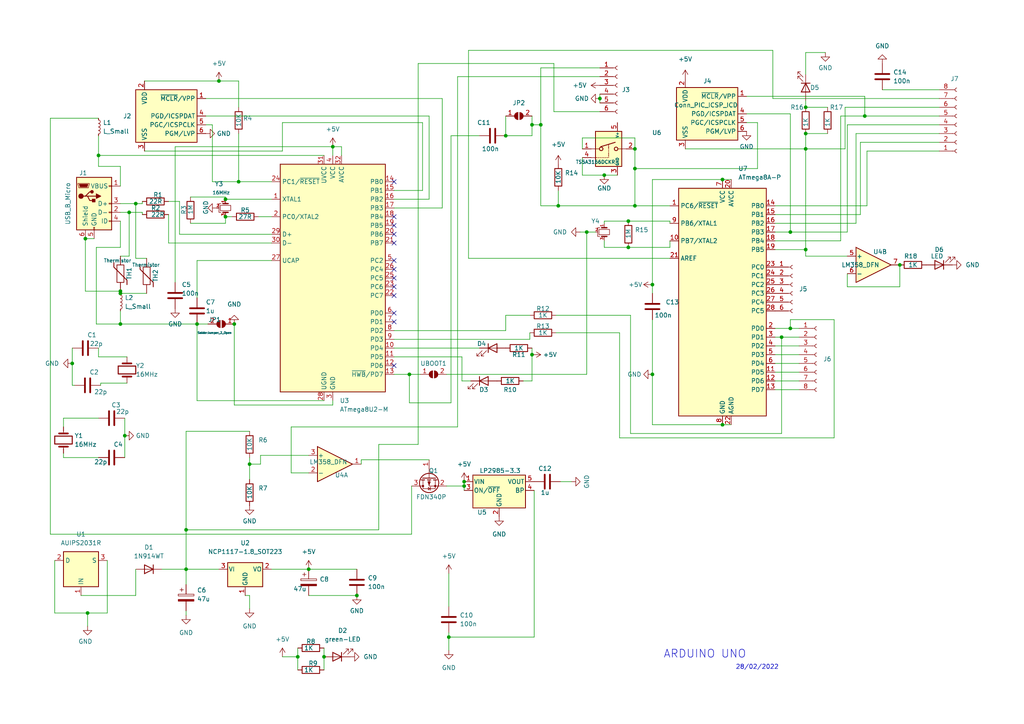
<source format=kicad_sch>
(kicad_sch (version 20211123) (generator eeschema)
  (paper "A4")
  (junction (at 154.305 36.195))
  (junction (at 34.925 84.455))
  (junction (at 118.745 108.585))
  (junction (at 189.23 108.585))
  (junction (at 69.215 52.705))
  (junction (at 72.39 134.62))
  (junction (at 63.5 23.495))
  (junction (at 28.575 45.085))
  (junction (at 36.195 126.365))
  (junction (at 209.55 123.19))
  (junction (at 67.945 93.98))
  (junction (at 96.52 42.545))
  (junction (at 233.68 43.18))
  (junction (at 146.685 39.37))
  (junction (at 34.925 93.98))
  (junction (at 175.26 50.8))
  (junction (at 170.18 67.31))
  (junction (at 184.15 59.69))
  (junction (at 184.15 43.18))
  (junction (at 25.4 177.8))
  (junction (at 226.695 97.79))
  (junction (at 130.175 184.785))
  (junction (at 93.98 190.5))
  (junction (at 182.245 64.135))
  (junction (at 250.825 33.655))
  (junction (at 34.925 85.09))
  (junction (at 89.535 165.1))
  (junction (at 260.985 76.835))
  (junction (at 20.955 105.41))
  (junction (at 103.505 172.72))
  (junction (at 182.245 71.755))
  (junction (at 233.68 38.735))
  (junction (at 156.845 36.195))
  (junction (at 184.15 48.895))
  (junction (at 233.68 31.115))
  (junction (at 173.99 28.575))
  (junction (at 37.465 61.595))
  (junction (at 53.975 153.67))
  (junction (at 229.235 95.25))
  (junction (at 57.15 93.98))
  (junction (at 53.975 165.1))
  (junction (at 154.305 102.87))
  (junction (at 233.68 72.39))
  (junction (at 65.405 62.865))
  (junction (at 86.36 190.5))
  (junction (at 161.925 59.69))
  (junction (at 209.55 52.07))
  (junction (at 65.405 57.785))
  (junction (at 39.37 59.055))
  (junction (at 189.23 82.55))
  (junction (at 24.765 69.215))
  (junction (at 134.62 139.7))
  (junction (at 134.62 140.97))
  (junction (at 229.235 67.31))
  (no_connect (at 114.3 52.705))
  (no_connect (at 114.3 62.865))
  (no_connect (at 114.3 65.405))
  (no_connect (at 114.3 67.945))
  (no_connect (at 114.3 70.485))
  (no_connect (at 114.3 75.565))
  (no_connect (at 114.3 78.105))
  (no_connect (at 114.3 80.645))
  (no_connect (at 114.3 83.185))
  (no_connect (at 114.3 85.725))
  (no_connect (at 114.3 90.805))
  (no_connect (at 114.3 93.345))
  (no_connect (at 114.3 106.045))
  (wire (pts (xy 161.925 59.69) (xy 156.845 59.69)))
  (wire (pts (xy 41.91 23.495) (xy 63.5 23.495)))
  (wire (pts (xy 34.925 85.09) (xy 34.925 84.455)))
  (wire (pts (xy 39.37 172.72) (xy 39.37 165.1)))
  (wire (pts (xy 245.745 83.185) (xy 260.985 83.185)))
  (wire (pts (xy 114.3 108.585) (xy 118.745 108.585)))
  (wire (pts (xy 233.68 72.39) (xy 224.79 72.39)))
  (wire (pts (xy 241.935 92.71) (xy 229.235 92.71)))
  (wire (pts (xy 96.52 42.545) (xy 50.8 42.545)))
  (wire (pts (xy 28.575 39.37) (xy 28.575 45.085)))
  (wire (pts (xy 129.54 108.585) (xy 170.18 108.585)))
  (wire (pts (xy 124.46 133.35) (xy 104.775 133.35)))
  (wire (pts (xy 189.23 108.585) (xy 189.23 92.71)))
  (wire (pts (xy 18.415 132.715) (xy 28.575 132.715)))
  (wire (pts (xy 146.685 91.44) (xy 153.67 91.44)))
  (wire (pts (xy 72.39 134.62) (xy 72.39 139.065)))
  (wire (pts (xy 78.74 165.1) (xy 89.535 165.1)))
  (wire (pts (xy 57.15 75.565) (xy 57.15 86.36)))
  (wire (pts (xy 170.18 108.585) (xy 170.18 67.31)))
  (wire (pts (xy 255.905 26.035) (xy 272.415 26.035)))
  (wire (pts (xy 161.925 55.245) (xy 161.925 59.69)))
  (wire (pts (xy 130.175 166.37) (xy 130.175 175.895)))
  (wire (pts (xy 81.915 43.815) (xy 81.915 35.56)))
  (wire (pts (xy 96.52 116.205) (xy 96.52 117.475)))
  (wire (pts (xy 27.94 71.755) (xy 27.94 93.98)))
  (wire (pts (xy 72.39 176.53) (xy 72.39 172.72)))
  (wire (pts (xy 135.89 74.93) (xy 135.89 14.605)))
  (wire (pts (xy 161.29 96.52) (xy 179.705 96.52)))
  (wire (pts (xy 175.26 69.85) (xy 175.26 71.755)))
  (wire (pts (xy 72.39 172.72) (xy 71.12 172.72)))
  (wire (pts (xy 37.465 74.295) (xy 37.465 61.595)))
  (wire (pts (xy 24.765 69.215) (xy 24.765 84.455)))
  (wire (pts (xy 224.79 107.95) (xy 231.775 107.95)))
  (wire (pts (xy 65.405 64.77) (xy 65.405 62.865)))
  (wire (pts (xy 69.215 23.495) (xy 69.215 31.115)))
  (wire (pts (xy 233.68 31.115) (xy 240.03 31.115)))
  (wire (pts (xy 48.895 70.485) (xy 78.74 70.485)))
  (wire (pts (xy 182.88 125.73) (xy 226.695 125.73)))
  (wire (pts (xy 128.27 60.325) (xy 114.3 60.325)))
  (wire (pts (xy 168.91 50.8) (xy 175.26 50.8)))
  (wire (pts (xy 133.985 110.49) (xy 133.985 103.505)))
  (wire (pts (xy 34.925 90.17) (xy 34.925 93.98)))
  (wire (pts (xy 20.955 111.76) (xy 21.59 111.76)))
  (wire (pts (xy 189.23 52.07) (xy 189.23 82.55)))
  (wire (pts (xy 175.26 64.77) (xy 175.26 64.135)))
  (wire (pts (xy 93.98 187.96) (xy 93.98 190.5)))
  (wire (pts (xy 154.305 100.965) (xy 154.305 102.87)))
  (wire (pts (xy 154.305 33.655) (xy 154.305 36.195)))
  (wire (pts (xy 233.68 43.18) (xy 233.68 72.39)))
  (wire (pts (xy 229.235 33.02) (xy 229.235 67.31)))
  (wire (pts (xy 57.15 116.205) (xy 57.15 93.98)))
  (wire (pts (xy 109.855 153.67) (xy 53.975 153.67)))
  (wire (pts (xy 96.52 45.085) (xy 96.52 42.545)))
  (wire (pts (xy 139.065 39.37) (xy 130.81 39.37)))
  (wire (pts (xy 209.55 52.07) (xy 212.09 52.07)))
  (wire (pts (xy 53.975 165.1) (xy 53.975 169.545)))
  (wire (pts (xy 122.555 55.245) (xy 114.3 55.245)))
  (wire (pts (xy 229.235 95.25) (xy 231.775 95.25)))
  (wire (pts (xy 14.605 34.29) (xy 14.605 154.94)))
  (wire (pts (xy 194.31 71.755) (xy 194.31 69.85)))
  (wire (pts (xy 189.23 82.55) (xy 189.23 85.09)))
  (wire (pts (xy 15.875 177.8) (xy 25.4 177.8)))
  (wire (pts (xy 36.83 103.505) (xy 28.575 103.505)))
  (wire (pts (xy 72.39 132.715) (xy 72.39 134.62)))
  (wire (pts (xy 224.79 102.87) (xy 231.775 102.87)))
  (wire (pts (xy 153.67 98.425) (xy 153.67 96.52)))
  (wire (pts (xy 34.925 59.055) (xy 39.37 59.055)))
  (wire (pts (xy 46.99 165.1) (xy 53.975 165.1)))
  (wire (pts (xy 69.215 38.735) (xy 69.215 52.705)))
  (wire (pts (xy 39.37 59.055) (xy 41.275 59.055)))
  (wire (pts (xy 130.175 183.515) (xy 130.175 184.785)))
  (wire (pts (xy 28.575 48.26) (xy 34.925 48.26)))
  (wire (pts (xy 25.4 177.8) (xy 25.4 181.61)))
  (wire (pts (xy 233.68 21.59) (xy 233.68 15.24)))
  (wire (pts (xy 182.88 91.44) (xy 182.88 125.73)))
  (wire (pts (xy 182.245 71.755) (xy 194.31 71.755)))
  (wire (pts (xy 134.62 140.97) (xy 134.62 142.24)))
  (wire (pts (xy 156.845 36.195) (xy 156.845 19.685)))
  (wire (pts (xy 160.655 18.415) (xy 121.285 18.415)))
  (wire (pts (xy 179.705 96.52) (xy 179.705 127)))
  (wire (pts (xy 224.79 105.41) (xy 231.775 105.41)))
  (wire (pts (xy 89.535 172.72) (xy 103.505 172.72)))
  (wire (pts (xy 75.565 132.08) (xy 75.565 134.62)))
  (wire (pts (xy 194.31 64.135) (xy 194.31 64.77)))
  (wire (pts (xy 63.5 23.495) (xy 69.215 23.495)))
  (wire (pts (xy 53.975 125.095) (xy 53.975 153.67)))
  (wire (pts (xy 216.535 35.56) (xy 219.71 35.56)))
  (wire (pts (xy 78.74 75.565) (xy 57.15 75.565)))
  (wire (pts (xy 50.8 42.545) (xy 50.8 81.915)))
  (wire (pts (xy 243.84 33.655) (xy 243.84 69.85)))
  (wire (pts (xy 53.975 153.67) (xy 53.975 165.1)))
  (wire (pts (xy 61.595 52.705) (xy 69.215 52.705)))
  (wire (pts (xy 154.305 110.49) (xy 151.765 110.49)))
  (wire (pts (xy 249.555 41.275) (xy 249.555 62.23)))
  (wire (pts (xy 245.11 31.115) (xy 245.11 43.18)))
  (wire (pts (xy 184.15 48.895) (xy 184.15 59.69)))
  (wire (pts (xy 233.68 15.24) (xy 239.395 15.24)))
  (wire (pts (xy 130.175 184.785) (xy 130.175 188.595)))
  (wire (pts (xy 41.275 59.055) (xy 41.275 58.42)))
  (wire (pts (xy 224.155 14.605) (xy 224.155 28.575)))
  (wire (pts (xy 128.27 28.575) (xy 128.27 60.325)))
  (wire (pts (xy 75.565 134.62) (xy 72.39 134.62)))
  (wire (pts (xy 20.955 100.965) (xy 20.955 105.41)))
  (wire (pts (xy 57.15 93.98) (xy 60.325 93.98)))
  (wire (pts (xy 194.31 74.93) (xy 135.89 74.93)))
  (wire (pts (xy 241.935 127) (xy 241.935 92.71)))
  (wire (pts (xy 156.845 59.69) (xy 156.845 36.195)))
  (wire (pts (xy 24.765 69.215) (xy 27.305 69.215)))
  (wire (pts (xy 136.525 110.49) (xy 133.985 110.49)))
  (wire (pts (xy 233.68 38.735) (xy 233.68 43.18)))
  (wire (pts (xy 34.925 74.295) (xy 37.465 74.295)))
  (wire (pts (xy 41.275 61.595) (xy 41.275 62.23)))
  (wire (pts (xy 233.68 29.21) (xy 233.68 31.115)))
  (wire (pts (xy 272.415 36.195) (xy 245.745 36.195)))
  (wire (pts (xy 272.415 31.115) (xy 245.11 31.115)))
  (wire (pts (xy 18.415 131.445) (xy 18.415 132.715)))
  (wire (pts (xy 122.555 35.56) (xy 122.555 55.245)))
  (wire (pts (xy 65.405 62.865) (xy 67.31 62.865)))
  (wire (pts (xy 233.68 74.295) (xy 233.68 72.39)))
  (wire (pts (xy 130.81 39.37) (xy 130.81 116.84)))
  (wire (pts (xy 24.765 84.455) (xy 34.925 84.455)))
  (wire (pts (xy 170.18 67.31) (xy 172.72 67.31)))
  (wire (pts (xy 99.06 45.085) (xy 99.06 42.545)))
  (wire (pts (xy 229.235 67.31) (xy 224.79 67.31)))
  (wire (pts (xy 146.685 33.655) (xy 146.685 39.37)))
  (wire (pts (xy 224.155 28.575) (xy 272.415 28.575)))
  (wire (pts (xy 86.36 187.96) (xy 86.36 190.5)))
  (wire (pts (xy 216.535 27.94) (xy 250.825 27.94)))
  (wire (pts (xy 272.415 33.655) (xy 250.825 33.655)))
  (wire (pts (xy 173.99 22.225) (xy 132.715 22.225)))
  (wire (pts (xy 28.575 34.29) (xy 14.605 34.29)))
  (wire (pts (xy 245.745 74.295) (xy 233.68 74.295)))
  (wire (pts (xy 20.955 105.41) (xy 20.955 111.76)))
  (wire (pts (xy 39.37 74.93) (xy 39.37 59.055)))
  (wire (pts (xy 184.15 40.005) (xy 184.15 43.18)))
  (wire (pts (xy 114.3 95.885) (xy 146.685 95.885)))
  (wire (pts (xy 154.305 36.195) (xy 154.305 39.37)))
  (wire (pts (xy 28.575 103.505) (xy 28.575 100.965)))
  (wire (pts (xy 114.3 98.425) (xy 153.67 98.425)))
  (wire (pts (xy 133.985 103.505) (xy 114.3 103.505)))
  (wire (pts (xy 53.975 177.165) (xy 53.975 178.435)))
  (wire (pts (xy 72.39 125.095) (xy 53.975 125.095)))
  (wire (pts (xy 14.605 154.94) (xy 119.38 154.94)))
  (wire (pts (xy 99.06 42.545) (xy 96.52 42.545)))
  (wire (pts (xy 36.195 126.365) (xy 36.195 132.715)))
  (wire (pts (xy 86.36 190.5) (xy 86.36 194.31)))
  (wire (pts (xy 272.415 38.735) (xy 248.285 38.735)))
  (wire (pts (xy 251.46 59.69) (xy 224.79 59.69)))
  (wire (pts (xy 168.91 43.18) (xy 168.91 40.005)))
  (wire (pts (xy 245.745 67.31) (xy 229.235 67.31)))
  (wire (pts (xy 42.545 74.93) (xy 39.37 74.93)))
  (wire (pts (xy 69.215 52.705) (xy 78.74 52.705)))
  (wire (pts (xy 132.715 123.825) (xy 84.455 123.825)))
  (wire (pts (xy 52.07 58.42) (xy 52.07 67.945)))
  (wire (pts (xy 173.99 32.385) (xy 160.655 32.385)))
  (wire (pts (xy 84.455 123.825) (xy 84.455 137.16)))
  (wire (pts (xy 34.925 71.755) (xy 27.94 71.755)))
  (wire (pts (xy 18.415 123.825) (xy 18.415 121.285)))
  (wire (pts (xy 226.695 125.73) (xy 226.695 97.79)))
  (wire (pts (xy 118.745 108.585) (xy 121.92 108.585)))
  (wire (pts (xy 121.285 128.905) (xy 109.855 128.905)))
  (wire (pts (xy 135.89 14.605) (xy 224.155 14.605)))
  (wire (pts (xy 224.79 97.79) (xy 226.695 97.79)))
  (wire (pts (xy 154.305 39.37) (xy 146.685 39.37)))
  (wire (pts (xy 175.26 71.755) (xy 182.245 71.755)))
  (wire (pts (xy 59.69 33.655) (xy 124.46 33.655)))
  (wire (pts (xy 52.07 67.945) (xy 78.74 67.945)))
  (wire (pts (xy 65.405 57.785) (xy 78.74 57.785)))
  (wire (pts (xy 37.465 61.595) (xy 41.275 61.595)))
  (wire (pts (xy 118.745 116.84) (xy 118.745 108.585)))
  (wire (pts (xy 27.94 93.98) (xy 34.925 93.98)))
  (wire (pts (xy 28.575 45.085) (xy 93.98 45.085)))
  (wire (pts (xy 23.495 172.72) (xy 39.37 172.72)))
  (wire (pts (xy 96.52 117.475) (xy 67.945 117.475)))
  (wire (pts (xy 248.285 38.735) (xy 248.285 64.77)))
  (wire (pts (xy 175.26 64.135) (xy 182.245 64.135)))
  (wire (pts (xy 224.79 95.25) (xy 229.235 95.25)))
  (wire (pts (xy 18.415 121.285) (xy 28.575 121.285)))
  (wire (pts (xy 173.99 28.575) (xy 173.99 29.845)))
  (wire (pts (xy 59.69 28.575) (xy 128.27 28.575)))
  (wire (pts (xy 272.415 43.815) (xy 251.46 43.815)))
  (wire (pts (xy 34.925 93.98) (xy 57.15 93.98)))
  (wire (pts (xy 248.285 64.77) (xy 224.79 64.77)))
  (wire (pts (xy 251.46 43.815) (xy 251.46 59.69)))
  (wire (pts (xy 245.11 43.18) (xy 233.68 43.18)))
  (wire (pts (xy 154.305 102.87) (xy 154.305 110.49)))
  (wire (pts (xy 224.79 113.03) (xy 231.775 113.03)))
  (wire (pts (xy 209.55 52.07) (xy 189.23 52.07)))
  (wire (pts (xy 272.415 41.275) (xy 249.555 41.275)))
  (wire (pts (xy 243.84 69.85) (xy 224.79 69.85)))
  (wire (pts (xy 81.915 190.5) (xy 86.36 190.5)))
  (wire (pts (xy 114.3 100.965) (xy 139.065 100.965)))
  (wire (pts (xy 173.99 27.305) (xy 173.99 28.575)))
  (wire (pts (xy 154.94 142.24) (xy 154.94 184.785)))
  (wire (pts (xy 198.755 43.18) (xy 233.68 43.18)))
  (wire (pts (xy 179.705 127) (xy 241.935 127)))
  (wire (pts (xy 89.535 165.1) (xy 103.505 165.1)))
  (wire (pts (xy 55.245 64.77) (xy 65.405 64.77)))
  (wire (pts (xy 189.23 123.19) (xy 189.23 108.585)))
  (wire (pts (xy 245.745 36.195) (xy 245.745 67.31)))
  (wire (pts (xy 168.91 40.005) (xy 184.15 40.005)))
  (wire (pts (xy 59.69 36.195) (xy 61.595 36.195)))
  (wire (pts (xy 134.62 139.7) (xy 134.62 140.97)))
  (wire (pts (xy 224.79 110.49) (xy 231.775 110.49)))
  (wire (pts (xy 154.94 184.785) (xy 130.175 184.785)))
  (wire (pts (xy 146.685 95.885) (xy 146.685 91.44)))
  (wire (pts (xy 250.825 33.655) (xy 243.84 33.655)))
  (wire (pts (xy 161.29 91.44) (xy 182.88 91.44)))
  (wire (pts (xy 209.55 123.19) (xy 189.23 123.19)))
  (wire (pts (xy 209.55 123.19) (xy 212.09 123.19)))
  (wire (pts (xy 129.54 140.97) (xy 134.62 140.97)))
  (wire (pts (xy 219.71 35.56) (xy 219.71 48.895)))
  (wire (pts (xy 89.535 132.08) (xy 75.565 132.08)))
  (wire (pts (xy 184.15 59.69) (xy 161.925 59.69)))
  (wire (pts (xy 124.46 57.785) (xy 114.3 57.785)))
  (wire (pts (xy 84.455 137.16) (xy 89.535 137.16)))
  (wire (pts (xy 65.405 57.15) (xy 65.405 57.785)))
  (wire (pts (xy 109.855 128.905) (xy 109.855 153.67)))
  (wire (pts (xy 34.925 61.595) (xy 37.465 61.595)))
  (wire (pts (xy 67.945 117.475) (xy 67.945 93.98)))
  (wire (pts (xy 156.845 19.685) (xy 173.99 19.685)))
  (wire (pts (xy 31.115 177.8) (xy 31.115 162.56)))
  (wire (pts (xy 81.915 35.56) (xy 122.555 35.56)))
  (wire (pts (xy 250.825 27.94) (xy 250.825 33.655)))
  (wire (pts (xy 42.545 85.09) (xy 34.925 85.09)))
  (wire (pts (xy 194.31 59.69) (xy 184.15 59.69)))
  (wire (pts (xy 124.46 33.655) (xy 124.46 57.785)))
  (wire (pts (xy 162.56 139.7) (xy 165.735 139.7)))
  (wire (pts (xy 175.26 50.8) (xy 179.07 50.8)))
  (wire (pts (xy 226.695 97.79) (xy 231.775 97.79)))
  (wire (pts (xy 34.925 64.135) (xy 34.925 71.755)))
  (wire (pts (xy 55.245 57.15) (xy 65.405 57.15)))
  (wire (pts (xy 15.875 162.56) (xy 15.875 177.8)))
  (wire (pts (xy 130.81 116.84) (xy 118.745 116.84)))
  (wire (pts (xy 119.38 154.94) (xy 119.38 140.97)))
  (wire (pts (xy 93.98 190.5) (xy 93.98 194.31)))
  (wire (pts (xy 121.285 18.415) (xy 121.285 128.905)))
  (wire (pts (xy 36.83 111.125) (xy 29.21 111.125)))
  (wire (pts (xy 74.93 62.865) (xy 78.74 62.865)))
  (wire (pts (xy 25.4 177.8) (xy 31.115 177.8)))
  (wire (pts (xy 48.895 58.42) (xy 52.07 58.42)))
  (wire (pts (xy 41.91 43.815) (xy 81.915 43.815)))
  (wire (pts (xy 229.235 92.71) (xy 229.235 95.25)))
  (wire (pts (xy 184.15 43.18) (xy 184.15 48.895)))
  (wire (pts (xy 168.91 45.72) (xy 168.91 50.8)))
  (wire (pts (xy 28.575 45.085) (xy 28.575 48.26)))
  (wire (pts (xy 61.595 36.195) (xy 61.595 52.705)))
  (wire (pts (xy 93.98 116.205) (xy 57.15 116.205)))
  (wire (pts (xy 48.895 62.23) (xy 48.895 70.485)))
  (wire (pts (xy 34.925 48.26) (xy 34.925 53.975)))
  (wire (pts (xy 132.715 22.225) (xy 132.715 123.825)))
  (wire (pts (xy 36.195 121.285) (xy 36.195 126.365)))
  (wire (pts (xy 29.21 111.125) (xy 29.21 111.76)))
  (wire (pts (xy 182.245 64.135) (xy 194.31 64.135)))
  (wire (pts (xy 160.655 32.385) (xy 160.655 18.415)))
  (wire (pts (xy 260.985 83.185) (xy 260.985 76.835)))
  (wire (pts (xy 154.305 36.195) (xy 156.845 36.195)))
  (wire (pts (xy 245.745 79.375) (xy 245.745 83.185)))
  (wire (pts (xy 53.975 165.1) (xy 63.5 165.1)))
  (wire (pts (xy 104.775 133.35) (xy 104.775 134.62)))
  (wire (pts (xy 216.535 33.02) (xy 229.235 33.02)))
  (wire (pts (xy 224.79 100.33) (xy 231.775 100.33)))
  (wire (pts (xy 249.555 62.23) (xy 224.79 62.23)))
  (wire (pts (xy 168.275 67.31) (xy 170.18 67.31)))
  (wire (pts (xy 233.68 38.735) (xy 240.03 38.735)))
  (wire (pts (xy 219.71 48.895) (xy 184.15 48.895)))
  (text "ARDUINO UNO" (at 192.405 191.135 0) (effects (font (size 2.3 2.3)) (justify left bottom)))
  (text "28/02/2022" (at 213.36 194.31 0) (effects (font (size 1.27 1.27)) (justify left bottom)))
  (symbol (lib_id "Amplifier_Operational:LM358_DFN") (at 97.155 134.62 0) (unit 1)
    (property "Reference" "U4" (at 99.06 137.795 0))
    (property "Value" "LM358_DFN" (at 95.25 133.985 0))
    (property "Footprint" "Package_CSP:LFCSP-8_2x2mm_P0.5mm" (effects hide))
    (property "Datasheet" "www.st.com/resource/en/datasheet/lm358.pdf" (effects hide))
  )
  (symbol (lib_id "Device:C") (at 103.505 168.91 0) (unit 1)
    (property "Reference" "C9" (at 106.68 167.6399 0) (effects (justify left)))
    (property "Value" "100n" (at 106.68 170.1799 0) (effects (justify left)))
    (property "Footprint" "Capacitor_SMD:C_0402_1005Metric_Pad0.74x0.62mm_HandSolder" (effects hide))
  )
  (symbol (lib_id "Connector:Conn_01x08_Female") (at 236.855 102.87 0) (unit 1)
    (property "Reference" "J6" (at 238.76 104.1399 0) (effects (justify left)))
    (property "Value" "Conn_01x08_Female" (effects hide))
    (property "Footprint" "Connector_Hirose:Hirose_DF13-08P-1.25DSA_1x08_P1.25mm_Vertical" (effects hide))
  )
  (symbol (lib_id "Connector:Conn_PIC_ICSP_ICD") (at 203.835 33.02 0) (unit 1)
    (property "Reference" "J4" (at 206.375 23.495 0) (effects (justify right)))
    (property "Value" "Conn_PIC_ICSP_ICD" (at 213.995 30.48 0) (effects (justify right)))
    (property "Footprint" "Connector_PinHeader_2.54mm:PinHeader_1x06_P2.54mm_Horizontal" (effects hide))
    (property "Datasheet" "http://ww1.microchip.com/downloads/en/devicedoc/30277d.pdf" (effects hide))
  )
  (symbol (lib_id "Jumper:SolderJumper_2_Open") (at 150.495 33.655 0) (unit 1)
    (property "Reference" "JP2" (at 150.495 29.845 0))
    (property "Value" "SolderJumper_2_Open" (effects hide))
    (property "Footprint" "Jumper:SolderJumper-2_P1.3mm_Open_TrianglePad1.0x1.5mm" (effects hide))
  )
  (symbol (lib_id "Device:C") (at 255.905 22.225 0) (unit 1)
    (property "Reference" "C14" (at 259.08 20.9549 0) (effects (justify left)))
    (property "Value" "100n" (at 259.08 23.4949 0) (effects (justify left)))
    (property "Footprint" "Capacitor_SMD:C_0504_1310Metric_Pad0.83x1.28mm_HandSolder" (effects hide))
  )
  (symbol (lib_id "power:GND") (at 168.275 67.31 270) (unit 1)
    (property "Reference" "#PWR024" (effects hide))
    (property "Value" "GND" (at 164.465 67.3099 90) (effects (justify right)))
  )
  (symbol (lib_id "Device:Crystal_GND2_Small") (at 65.405 60.325 270) (unit 1)
    (property "Reference" "Y3" (at 63.5 53.34 90))
    (property "Value" "16MHz" (at 64.135 55.88 90) (effects (font (size 1 1))))
    (property "Footprint" "Crystal:Crystal_SMD_MicroCrystal_MS1V-T1K" (effects hide))
  )
  (symbol (lib_id "Device:C_Polarized") (at 89.535 168.91 0) (unit 1)
    (property "Reference" "C8" (at 92.71 168.0209 0) (effects (justify left)))
    (property "Value" "47u" (at 85.09 170.815 0) (effects (justify left)))
    (property "Footprint" "Capacitor_Tantalum_SMD:CP_EIA-1608-08_AVX-J_Pad1.25x1.05mm_HandSolder" (effects hide))
  )
  (symbol (lib_id "Device:C") (at 189.23 88.9 0) (unit 1)
    (property "Reference" "C13" (at 193.04 87.6299 0) (effects (justify left)))
    (property "Value" "100n" (at 189.865 91.44 0) (effects (justify left)))
    (property "Footprint" "Capacitor_SMD:C_0504_1310Metric_Pad0.83x1.28mm_HandSolder" (effects hide))
  )
  (symbol (lib_id "Device:LED") (at 97.79 190.5 180) (unit 1)
    (property "Reference" "D2" (at 99.3775 182.88 0))
    (property "Value" "green-LED" (at 99.3775 185.42 0))
    (property "Footprint" "LED_SMD:LED_0201_0603Metric_Pad0.64x0.40mm_HandSolder" (effects hide))
  )
  (symbol (lib_id "power:GND") (at 72.39 176.53 0) (unit 1)
    (property "Reference" "#PWR011" (effects hide))
    (property "Value" "GND" (at 72.39 181.61 0))
  )
  (symbol (lib_id "Device:R") (at 69.215 34.925 0) (unit 1)
    (property "Reference" "R4" (at 70.485 34.29 0) (effects (justify left)))
    (property "Value" "10K" (at 69.215 36.83 90) (effects (justify left)))
    (property "Footprint" "Resistor_SMD:R_0201_0603Metric_Pad0.64x0.40mm_HandSolder" (effects hide))
  )
  (symbol (lib_id "Device:R") (at 157.48 91.44 270) (unit 1)
    (property "Reference" "R12" (at 157.48 89.535 90))
    (property "Value" "1K" (at 157.48 91.44 90))
    (property "Footprint" "Resistor_SMD:R_0603_1608Metric_Pad0.98x0.95mm_HandSolder" (effects hide))
  )
  (symbol (lib_id "power:GND") (at 173.99 28.575 270) (unit 1)
    (property "Reference" "#PWR026" (effects hide))
    (property "Value" "GND" (at 170.815 28.5749 90) (effects (justify right)))
  )
  (symbol (lib_id "Jumper:SolderJumper_2_Open") (at 125.73 108.585 0) (unit 1)
    (property "Reference" "UBOOT1" (at 125.73 105.41 0))
    (property "Value" "SolderJumper_2_Open" (effects hide))
    (property "Footprint" "Jumper:SolderJumper-2_P1.3mm_Open_TrianglePad1.0x1.5mm" (effects hide))
  )
  (symbol (lib_id "Device:C") (at 158.75 139.7 90) (unit 1)
    (property "Reference" "C12" (at 160.02 135.89 90) (effects (justify left)))
    (property "Value" "1u" (at 159.385 142.875 90) (effects (justify left)))
    (property "Footprint" "Capacitor_SMD:C_0504_1310Metric_Pad0.83x1.28mm_HandSolder" (effects hide))
  )
  (symbol (lib_id "Device:L_Small") (at 28.575 36.83 0) (unit 1)
    (property "Reference" "L1" (at 29.845 35.5599 0) (effects (justify left)))
    (property "Value" "L_Small" (at 29.845 38.0999 0) (effects (justify left)))
    (property "Footprint" "Inductor_SMD:L_0603_1608Metric_Pad1.05x0.95mm_HandSolder" (effects hide))
  )
  (symbol (lib_id "Device:Thermistor") (at 42.545 80.01 180) (unit 1)
    (property "Reference" "TH2" (at 45.085 78.105 90) (effects (justify left)))
    (property "Value" "Thermistor" (at 46.355 76.835 0) (effects (font (size 1 1)) (justify left)))
    (property "Footprint" "Resistor_THT:R_Axial_DIN0204_L3.6mm_D1.6mm_P1.90mm_Vertical" (effects hide))
  )
  (symbol (lib_id "power:GND") (at 239.395 15.24 0) (unit 1)
    (property "Reference" "#PWR032" (effects hide))
    (property "Value" "GND" (at 239.395 19.685 0))
  )
  (symbol (lib_id "power:GND") (at 175.26 50.8 0) (unit 1)
    (property "Reference" "#PWR027" (effects hide))
    (property "Value" "GND" (at 175.26 54.61 0))
  )
  (symbol (lib_id "power:GND") (at 216.535 38.1 0) (unit 1)
    (property "Reference" "#PWR031" (effects hide))
    (property "Value" "GND" (at 216.535 42.545 0))
  )
  (symbol (lib_id "Connector:Conn_01x06_Female") (at 229.87 82.55 0) (unit 1)
    (property "Reference" "J5" (at 231.775 83.8199 0) (effects (justify left)))
    (property "Value" "Conn_01x06_Female" (effects hide))
    (property "Footprint" "Connector_Hirose:Hirose_DF13-06P-1.25DS_1x06_P1.25mm_Horizontal" (effects hide))
  )
  (symbol (lib_id "Device:R") (at 182.245 67.945 180) (unit 1)
    (property "Reference" "R15" (at 184.15 66.6749 0) (effects (justify right)))
    (property "Value" "1M" (at 182.245 69.215 90) (effects (justify right)))
    (property "Footprint" "Resistor_SMD:R_0603_1608Metric_Pad0.98x0.95mm_HandSolder" (effects hide))
  )
  (symbol (lib_id "Device:LED") (at 140.335 110.49 0) (unit 1)
    (property "Reference" "D3" (at 140.335 113.03 0))
    (property "Value" "LED" (effects hide))
    (property "Footprint" "LED_SMD:LED_0603_1608Metric_Pad1.05x0.95mm_HandSolder" (effects hide))
  )
  (symbol (lib_id "power:GND") (at 103.505 172.72 0) (unit 1)
    (property "Reference" "#PWR016" (effects hide))
    (property "Value" "GND" (at 103.505 177.165 0))
  )
  (symbol (lib_id "power:+5V") (at 89.535 165.1 0) (unit 1)
    (property "Reference" "#PWR013" (effects hide))
    (property "Value" "+5V" (at 89.535 160.02 0))
  )
  (symbol (lib_id "Jumper:SolderJumper_2_Open") (at 64.135 93.98 180) (unit 1)
    (property "Reference" "JP1" (at 62.23 92.71 0))
    (property "Value" "SolderJumper_2_Open" (at 62.23 96.52 0) (effects (font (size 0.6 0.6))))
    (property "Footprint" "Jumper:SolderJumper-2_P1.3mm_Open_Pad1.0x1.5mm" (effects hide))
  )
  (symbol (lib_id "Device:R") (at 45.085 62.23 270) (unit 1)
    (property "Reference" "R2" (at 43.815 60.325 90) (effects (justify left)))
    (property "Value" "22R" (at 43.815 62.23 90) (effects (justify left)))
    (property "Footprint" "Resistor_SMD:R_0201_0603Metric_Pad0.64x0.40mm_HandSolder" (effects hide))
  )
  (symbol (lib_id "Device:R") (at 71.12 62.865 270) (unit 1)
    (property "Reference" "R5" (at 71.12 60.96 90))
    (property "Value" "27R" (at 71.12 62.865 90))
    (property "Footprint" "Resistor_SMD:R_0201_0603Metric_Pad0.64x0.40mm_HandSolder" (effects hide))
  )
  (symbol (lib_id "Device:C") (at 57.15 90.17 0) (unit 1)
    (property "Reference" "C7" (at 59.69 87.63 0) (effects (justify left)))
    (property "Value" "1u" (at 59.69 90.17 0) (effects (justify left)))
    (property "Footprint" "Capacitor_SMD:C_0504_1310Metric_Pad0.83x1.28mm_HandSolder" (effects hide))
  )
  (symbol (lib_id "Connector:USB_B_Micro") (at 27.305 59.055 0) (unit 1)
    (property "Reference" "J1" (at 24.13 50.165 0))
    (property "Value" "USB_B_Micro" (at 19.685 59.055 90))
    (property "Footprint" "Connector_USB:USB_Micro-B_Amphenol_10118194_Horizontal" (effects hide))
  )
  (symbol (lib_id "Device:R") (at 72.39 128.905 0) (unit 1)
    (property "Reference" "R6" (at 74.93 127.6349 0) (effects (justify left)))
    (property "Value" "10K" (at 72.39 130.81 90) (effects (justify left)))
    (property "Footprint" "Resistor_SMD:R_0201_0603Metric_Pad0.64x0.40mm_HandSolder" (effects hide))
  )
  (symbol (lib_id "Device:C") (at 32.385 132.715 270) (unit 1)
    (property "Reference" "C4" (at 34.29 128.905 90))
    (property "Value" "22p" (at 29.21 133.985 90))
    (property "Footprint" "Capacitor_SMD:C_0504_1310Metric_Pad0.83x1.28mm_HandSolder" (effects hide))
  )
  (symbol (lib_id "Device:R") (at 45.085 58.42 270) (unit 1)
    (property "Reference" "R1" (at 44.45 56.515 90) (effects (justify left)))
    (property "Value" "22R" (at 43.18 58.42 90) (effects (justify left)))
    (property "Footprint" "Resistor_SMD:R_0201_0603Metric_Pad0.64x0.40mm_HandSolder" (effects hide))
  )
  (symbol (lib_id "Analog_Switch:TS5A3166DCKR") (at 176.53 43.18 0) (unit 1)
    (property "Reference" "U6" (at 190.5 38.481 0))
    (property "Value" "TS5A3166DCKR" (at 172.72 46.99 0) (effects (font (size 1 1))))
    (property "Footprint" "Package_TO_SOT_SMD:SOT-353_SC-70-5" (effects hide))
    (property "Datasheet" " http://www.ti.com/lit/ds/symlink/ts5a3166.pdf" (effects hide))
  )
  (symbol (lib_id "Device:LED") (at 233.68 25.4 270) (unit 1)
    (property "Reference" "D5" (at 234.95 25.4 90) (effects (justify left)))
    (property "Value" "LED" (effects hide))
    (property "Footprint" "LED_SMD:LED_0603_1608Metric_Pad1.05x0.95mm_HandSolder" (effects hide))
  )
  (symbol (lib_id "Device:Crystal") (at 18.415 127.635 270) (unit 1)
    (property "Reference" "Y1" (at 21.59 126.365 90) (effects (justify left)))
    (property "Value" "16MHz" (at 21.59 128.905 90) (effects (justify left)))
    (property "Footprint" "Crystal:Crystal_SMD_MicroCrystal_CC8V-T1A-2Pin_2.0x1.2mm_HandSoldering" (effects hide))
  )
  (symbol (lib_id "power:+5V") (at 198.755 22.86 0) (unit 1)
    (property "Reference" "#PWR030" (effects hide))
    (property "Value" "+5V" (at 198.755 17.145 0))
  )
  (symbol (lib_id "Device:R") (at 240.03 34.925 180) (unit 1)
    (property "Reference" "R17" (at 240.665 31.115 0) (effects (justify right)))
    (property "Value" "1K" (at 240.03 36.83 90) (effects (justify right)))
    (property "Footprint" "Resistor_SMD:R_0603_1608Metric_Pad0.98x0.95mm_HandSolder" (effects hide))
  )
  (symbol (lib_id "Device:C") (at 32.385 121.285 270) (unit 1)
    (property "Reference" "C3" (at 33.655 117.475 90))
    (property "Value" "22p" (at 35.56 119.38 90))
    (property "Footprint" "Capacitor_SMD:C_0504_1310Metric_Pad0.83x1.28mm_HandSolder" (effects hide))
  )
  (symbol (lib_id "Device:LED") (at 142.875 100.965 0) (unit 1)
    (property "Reference" "D4" (at 139.7 99.695 0))
    (property "Value" "LED" (effects hide))
    (property "Footprint" "LED_SMD:LED_0603_1608Metric_Pad1.05x0.95mm_HandSolder" (effects hide))
  )
  (symbol (lib_id "Device:R") (at 264.795 76.835 270) (unit 1)
    (property "Reference" "R18" (at 264.16 74.295 90))
    (property "Value" "1K" (at 264.795 76.835 90))
    (property "Footprint" "Resistor_SMD:R_0201_0603Metric_Pad0.64x0.40mm_HandSolder" (effects hide))
  )
  (symbol (lib_id "Power_Management:AUIPS2031R") (at 23.495 162.56 90) (unit 1)
    (property "Reference" "U1" (at 23.495 154.94 90))
    (property "Value" "AUIPS2031R" (at 23.495 157.48 90))
    (property "Footprint" "Package_TO_SOT_SMD:TO-252-3_TabPin2" (effects hide))
    (property "Datasheet" "https://www.infineon.com/dgdl/Infineon-AUIPS2031R-DS-v01_00-EN.pdf?fileId=5546d4625a888733015aae1488334c5c" (effects hide))
  )
  (symbol (lib_id "Device:R") (at 55.245 60.96 0) (unit 1)
    (property "Reference" "R3" (at 53.34 62.23 90) (effects (justify left)))
    (property "Value" "1M" (at 55.245 62.23 90) (effects (justify left)))
    (property "Footprint" "Resistor_SMD:R_0201_0603Metric_Pad0.64x0.40mm_HandSolder" (effects hide))
  )
  (symbol (lib_id "Connector:Conn_PIC_ICSP_ICD") (at 46.99 33.655 0) (unit 1)
    (property "Reference" "J2" (at 38.1 33.6549 0) (effects (justify right)))
    (property "Value" "Conn_PIC_ICSP_ICD" (effects hide))
    (property "Footprint" "Connector_PinHeader_2.54mm:PinHeader_1x06_P2.54mm_Horizontal" (effects hide))
    (property "Datasheet" "http://ww1.microchip.com/downloads/en/devicedoc/30277d.pdf" (effects hide))
  )
  (symbol (lib_id "power:+5V") (at 189.23 82.55 90) (unit 1)
    (property "Reference" "#PWR028" (effects hide))
    (property "Value" "+5V" (at 182.245 82.55 90) (effects (justify right)))
  )
  (symbol (lib_id "Device:C") (at 130.175 179.705 0) (unit 1)
    (property "Reference" "C10" (at 133.35 178.4349 0) (effects (justify left)))
    (property "Value" "100n" (at 133.35 180.9749 0) (effects (justify left)))
    (property "Footprint" "Capacitor_SMD:C_0504_1310Metric_Pad0.83x1.28mm_HandSolder" (effects hide))
  )
  (symbol (lib_id "power:GND") (at 59.69 38.735 90) (unit 1)
    (property "Reference" "#PWR06" (effects hide))
    (property "Value" "GND" (at 62.865 38.7349 90) (effects (justify right)))
  )
  (symbol (lib_id "Device:R") (at 72.39 142.875 0) (unit 1)
    (property "Reference" "R7" (at 74.93 141.6049 0) (effects (justify left)))
    (property "Value" "10K" (at 72.39 144.78 90) (effects (justify left)))
    (property "Footprint" "Resistor_SMD:R_0201_0603Metric_Pad0.64x0.40mm_HandSolder" (effects hide))
  )
  (symbol (lib_id "Device:R") (at 90.17 187.96 270) (unit 1)
    (property "Reference" "R8" (at 90.17 186.055 90))
    (property "Value" "1K" (at 89.535 187.96 90))
    (property "Footprint" "Resistor_SMD:R_0201_0603Metric_Pad0.64x0.40mm_HandSolder" (effects hide))
  )
  (symbol (lib_id "Diode:1N914WT") (at 43.18 165.1 180) (unit 1)
    (property "Reference" "D1" (at 43.18 158.75 0))
    (property "Value" "1N914WT" (at 43.18 161.29 0))
    (property "Footprint" "Diode_SMD:D_SOD-523" (effects hide))
    (property "Datasheet" "http://www.mouser.com/ds/2/149/1N4148WT-461550.pdf" (effects hide))
  )
  (symbol (lib_id "power:+5V") (at 173.99 24.765 90) (unit 1)
    (property "Reference" "#PWR025" (effects hide))
    (property "Value" "+5V" (at 170.18 24.7649 90) (effects (justify left)))
  )
  (symbol (lib_id "Device:R") (at 147.955 110.49 270) (unit 1)
    (property "Reference" "R10" (at 147.955 113.03 90))
    (property "Value" "1K" (at 147.955 110.49 90))
    (property "Footprint" "Resistor_SMD:R_0603_1608Metric_Pad0.98x0.95mm_HandSolder" (effects hide))
  )
  (symbol (lib_id "power:GND") (at 276.225 76.835 90) (unit 1)
    (property "Reference" "#PWR034" (effects hide))
    (property "Value" "GND" (at 280.035 76.8349 90) (effects (justify right)))
  )
  (symbol (lib_id "Device:R") (at 233.68 34.925 180) (unit 1)
    (property "Reference" "R16" (at 229.235 31.115 0) (effects (justify right)))
    (property "Value" "1K" (at 233.68 36.83 90) (effects (justify right)))
    (property "Footprint" "Resistor_SMD:R_0603_1608Metric_Pad0.98x0.95mm_HandSolder" (effects hide))
  )
  (symbol (lib_id "power:GND") (at 130.175 188.595 0) (unit 1)
    (property "Reference" "#PWR018" (effects hide))
    (property "Value" "GND" (at 130.175 193.675 0))
  )
  (symbol (lib_id "Device:C") (at 50.8 85.725 0) (unit 1)
    (property "Reference" "C5" (at 52.705 82.55 0) (effects (justify left)))
    (property "Value" "100n" (at 52.705 85.09 0) (effects (justify left)))
    (property "Footprint" "Capacitor_SMD:C_0504_1310Metric_Pad0.83x1.28mm_HandSolder" (effects hide))
  )
  (symbol (lib_id "Device:R") (at 161.925 51.435 180) (unit 1)
    (property "Reference" "R14" (at 163.83 50.1649 0) (effects (justify right)))
    (property "Value" "10K" (at 161.925 53.34 90) (effects (justify right)))
    (property "Footprint" "Resistor_SMD:R_0603_1608Metric_Pad0.98x0.95mm_HandSolder" (effects hide))
  )
  (symbol (lib_id "power:+5V") (at 134.62 139.7 0) (unit 1)
    (property "Reference" "#PWR019" (effects hide))
    (property "Value" "+5V" (at 134.62 134.62 0))
  )
  (symbol (lib_id "Regulator_Linear:NCP1117-1.8_SOT223") (at 71.12 165.1 0) (unit 1)
    (property "Reference" "U2" (at 71.12 157.48 0))
    (property "Value" "NCP1117-1.8_SOT223" (at 71.12 160.02 0))
    (property "Footprint" "Package_TO_SOT_SMD:SOT-223-3_TabPin2" (effects hide))
    (property "Datasheet" "http://www.onsemi.com/pub_link/Collateral/NCP1117-D.PDF" (effects hide))
  )
  (symbol (lib_id "Device:C") (at 142.875 39.37 270) (unit 1)
    (property "Reference" "C11" (at 140.335 35.56 90))
    (property "Value" "100n" (at 142.24 43.18 90))
    (property "Footprint" "Capacitor_SMD:C_0504_1310Metric_Pad0.83x1.28mm_HandSolder" (effects hide))
  )
  (symbol (lib_id "Device:R") (at 157.48 96.52 270) (unit 1)
    (property "Reference" "R13" (at 157.48 94.615 90))
    (property "Value" "1K" (at 157.48 96.52 90))
    (property "Footprint" "Resistor_SMD:R_0603_1608Metric_Pad0.98x0.95mm_HandSolder" (effects hide))
  )
  (symbol (lib_id "power:GND") (at 25.4 181.61 0) (unit 1)
    (property "Reference" "#PWR02" (effects hide))
    (property "Value" "GND" (at 24.765 186.055 0))
  )
  (symbol (lib_id "Device:R") (at 90.17 194.31 270) (unit 1)
    (property "Reference" "R9" (at 90.805 192.405 90))
    (property "Value" "1K" (at 89.535 194.31 90))
    (property "Footprint" "Resistor_SMD:R_0201_0603Metric_Pad0.64x0.40mm_HandSolder" (effects hide))
  )
  (symbol (lib_id "power:GND") (at 50.8 89.535 0) (unit 1)
    (property "Reference" "#PWR04" (effects hide))
    (property "Value" "GND" (at 50.8 93.98 0))
  )
  (symbol (lib_id "Device:Crystal") (at 36.83 107.315 270) (unit 1)
    (property "Reference" "Y2" (at 39.37 106.045 90) (effects (justify left)))
    (property "Value" "16MHz" (at 39.37 108.585 90) (effects (justify left)))
    (property "Footprint" "Crystal:Crystal_SMD_MicroCrystal_CC8V-T1A-2Pin_2.0x1.2mm_HandSoldering" (effects hide))
  )
  (symbol (lib_id "Transistor_FET:FDN340P") (at 124.46 138.43 90) (mirror x) (unit 1)
    (property "Reference" "Q1" (at 125.73 136.525 90))
    (property "Value" "FDN340P" (at 125.095 144.145 90))
    (property "Footprint" "Package_TO_SOT_SMD:SOT-23" (effects hide))
    (property "Datasheet" "https://www.onsemi.com/pub/Collateral/FDN340P-D.PDF" (effects hide))
  )
  (symbol (lib_id "power:GND") (at 72.39 146.685 0) (unit 1)
    (property "Reference" "#PWR010" (effects hide))
    (property "Value" "GND" (at 72.39 151.13 0))
  )
  (symbol (lib_id "MCU_Microchip_ATmega:ATmega8U2-M") (at 96.52 80.645 0) (unit 1)
    (property "Reference" "U3" (at 98.5394 116.205 0) (effects (justify left)))
    (property "Value" "ATmega8U2-M" (at 98.5394 118.745 0) (effects (justify left)))
    (property "Footprint" "Package_DFN_QFN:QFN-32-1EP_5x5mm_P0.5mm_EP3.1x3.1mm" (effects hide))
    (property "Datasheet" "http://ww1.microchip.com/downloads/en/DeviceDoc/doc7799.pdf" (effects hide))
  )
  (symbol (lib_id "Device:Thermistor") (at 34.925 79.375 180) (unit 1)
    (property "Reference" "TH1" (at 37.465 77.47 90) (effects (justify left)))
    (property "Value" "Thermistor" (at 38.1 75.565 0) (effects (font (size 1 1)) (justify left)))
    (property "Footprint" "Resistor_THT:R_Axial_DIN0204_L3.6mm_D1.6mm_P1.90mm_Vertical" (effects hide))
  )
  (symbol (lib_id "power:GND") (at 36.195 126.365 90) (unit 1)
    (property "Reference" "#PWR03" (effects hide))
    (property "Value" "GND" (at 39.37 126.3649 90) (effects (justify right)))
  )
  (symbol (lib_id "power:GND") (at 62.865 60.325 270) (unit 1)
    (property "Reference" "#PWR07" (effects hide))
    (property "Value" "GND" (at 59.69 62.23 0) (effects (justify right)))
  )
  (symbol (lib_id "power:+5V") (at 130.175 166.37 0) (unit 1)
    (property "Reference" "#PWR017" (effects hide))
    (property "Value" "+5V" (at 130.175 161.29 0))
  )
  (symbol (lib_id "power:+5V") (at 161.925 47.625 0) (unit 1)
    (property "Reference" "#PWR022" (effects hide))
    (property "Value" "+5V" (at 161.925 41.91 0))
  )
  (symbol (lib_id "power:GND") (at 101.6 190.5 90) (unit 1)
    (property "Reference" "#PWR015" (effects hide))
    (property "Value" "GND" (at 105.41 190.4999 90) (effects (justify right)))
  )
  (symbol (lib_id "power:GND") (at 189.23 108.585 270) (unit 1)
    (property "Reference" "#PWR029" (effects hide))
    (property "Value" "GND" (at 186.055 108.5849 90) (effects (justify right)))
  )
  (symbol (lib_id "Amplifier_Operational:LM358_DFN") (at 253.365 76.835 0) (unit 2)
    (property "Reference" "U4" (at 255.27 73.025 0))
    (property "Value" "LM358_DFN" (at 249.555 76.835 0))
    (property "Footprint" "Package_CSP:LFCSP-8_2x2mm_P0.5mm" (effects hide))
    (property "Datasheet" "www.st.com/resource/en/datasheet/lm358.pdf" (effects hide))
  )
  (symbol (lib_id "Device:C") (at 24.765 100.965 270) (unit 1)
    (property "Reference" "C1" (at 26.67 97.155 90))
    (property "Value" "22p" (at 27.94 99.695 90))
    (property "Footprint" "Capacitor_SMD:C_0504_1310Metric_Pad0.83x1.28mm_HandSolder" (effects hide))
  )
  (symbol (lib_id "Device:LED") (at 272.415 76.835 180) (unit 1)
    (property "Reference" "D6" (at 272.415 72.39 0))
    (property "Value" "LED" (at 271.78 74.295 0))
    (property "Footprint" "LED_SMD:LED_0603_1608Metric_Pad1.05x0.95mm_HandSolder" (effects hide))
  )
  (symbol (lib_id "Device:C_Polarized") (at 53.975 173.355 0) (unit 1)
    (property "Reference" "C6" (at 57.15 171.1959 0) (effects (justify left)))
    (property "Value" "47u" (at 57.15 173.7359 0) (effects (justify left)))
    (property "Footprint" "Capacitor_Tantalum_SMD:CP_EIA-1608-08_AVX-J_Pad1.25x1.05mm_HandSolder" (effects hide))
  )
  (symbol (lib_id "power:+5V") (at 81.915 190.5 0) (unit 1)
    (property "Reference" "#PWR012" (effects hide))
    (property "Value" "+5V" (at 81.915 185.42 0))
  )
  (symbol (lib_id "Connector:Conn_01x06_Female") (at 179.07 24.765 0) (unit 1)
    (property "Reference" "J3" (at 180.34 26.0349 0) (effects (justify left)))
    (property "Value" "Conn_01x06_Female" (effects hide))
    (property "Footprint" "Connector_Molex:Molex_MicroClasp_55932-0630_1x06_P2.00mm_Vertical" (effects hide))
  )
  (symbol (lib_id "power:GND") (at 144.78 149.86 0) (unit 1)
    (property "Reference" "#PWR020" (effects hide))
    (property "Value" "GND" (at 144.78 154.94 0))
  )
  (symbol (lib_id "Regulator_Linear:LP2985-3.3") (at 144.78 142.24 0) (unit 1)
    (property "Reference" "U5" (at 138.43 148.59 0) (effects (justify left)))
    (property "Value" "LP2985-3.3" (at 139.065 136.525 0) (effects (justify left)))
    (property "Footprint" "Package_TO_SOT_SMD:SOT-23-5" (effects hide))
    (property "Datasheet" "http://www.ti.com/lit/ds/symlink/lp2985.pdf" (effects hide))
  )
  (symbol (lib_id "Connector:Conn_01x08_Female") (at 277.495 36.195 0) (mirror x) (unit 1)
    (property "Reference" "J7" (at 276.86 22.86 0))
    (property "Value" "Conn_01x08_Female" (effects hide))
    (property "Footprint" "Connector_Hirose:Hirose_DF13-08P-1.25DSA_1x08_P1.25mm_Vertical" (effects hide))
  )
  (symbol (lib_id "power:GND") (at 20.955 105.41 270) (unit 1)
    (property "Reference" "#PWR01" (effects hide))
    (property "Value" "GND" (at 17.145 105.4099 90) (effects (justify right)))
  )
  (symbol (lib_id "power:+5V") (at 154.305 102.87 270) (unit 1)
    (property "Reference" "#PWR021" (effects hide))
    (property "Value" "+5V" (at 157.48 102.8699 90) (effects (justify left)))
  )
  (symbol (lib_id "Device:L_Small") (at 34.925 87.63 0) (unit 1)
    (property "Reference" "L2" (at 36.195 86.3599 0) (effects (justify left)))
    (property "Value" "L_Small" (at 36.195 88.8999 0) (effects (justify left)))
    (property "Footprint" "Inductor_SMD:L_0603_1608Metric_Pad1.05x0.95mm_HandSolder" (effects hide))
  )
  (symbol (lib_id "power:GND") (at 255.905 18.415 180) (unit 1)
    (property "Reference" "#PWR033" (effects hide))
    (property "Value" "GND" (at 255.905 13.335 0))
  )
  (symbol (lib_id "power:GND") (at 165.735 139.7 90) (unit 1)
    (property "Reference" "#PWR023" (effects hide))
    (property "Value" "GND" (at 170.18 139.7 0))
  )
  (symbol (lib_id "Device:C") (at 25.4 111.76 270) (unit 1)
    (property "Reference" "C2" (at 27.305 107.95 90))
    (property "Value" "22p" (at 29.21 113.665 90))
    (property "Footprint" "Capacitor_SMD:C_0504_1310Metric_Pad0.83x1.28mm_HandSolder" (effects hide))
  )
  (symbol (lib_id "MCU_Microchip_ATmega:ATmega8A-P") (at 209.55 87.63 0) (unit 1)
    (property "Reference" "U7" (at 214.1094 48.895 0) (effects (justify left)))
    (property "Value" "ATmega8A-P" (at 214.1094 51.435 0) (effects (justify left)))
    (property "Footprint" "Package_DIP:DIP-28_W7.62mm_SMDSocket_SmallPads" (effects hide))
    (property "Datasheet" "http://ww1.microchip.com/downloads/en/DeviceDoc/Microchip%208bit%20mcu%20AVR%20ATmega8A%20data%20sheet%2040001974A.pdf" (effects hide))
  )
  (symbol (lib_id "power:+5V") (at 96.52 42.545 0) (unit 1)
    (property "Reference" "#PWR014" (effects hide))
    (property "Value" "+5V" (at 96.52 37.465 0))
  )
  (symbol (lib_id "Device:R") (at 150.495 100.965 270) (unit 1)
    (property "Reference" "R11" (at 150.495 102.87 90))
    (property "Value" "1K" (at 150.495 100.965 90))
    (property "Footprint" "Resistor_SMD:R_0603_1608Metric_Pad0.98x0.95mm_HandSolder" (effects hide))
  )
  (symbol (lib_id "power:GND") (at 53.975 178.435 0) (unit 1)
    (property "Reference" "#PWR05" (effects hide))
    (property "Value" "GND" (at 53.975 183.515 0))
  )
  (symbol (lib_id "power:+5V") (at 63.5 23.495 0) (unit 1)
    (property "Reference" "#PWR08" (effects hide))
    (property "Value" "+5V" (at 63.5 18.415 0))
  )
  (symbol (lib_id "Device:Crystal_GND2_Small") (at 175.26 67.31 270) (unit 1)
    (property "Reference" "Y4" (at 172.72 64.135 90))
    (property "Value" "Crystal_GND2_Small" (effects hide))
    (property "Footprint" "Crystal:Crystal_SMD_MicroCrystal_MS1V-T1K" (effects hide))
  )
  (symbol (lib_id "power:GND") (at 67.945 93.98 180) (unit 1)
    (property "Reference" "#PWR09" (effects hide))
    (property "Value" "GND" (at 67.945 88.265 0))
  )
)
</source>
